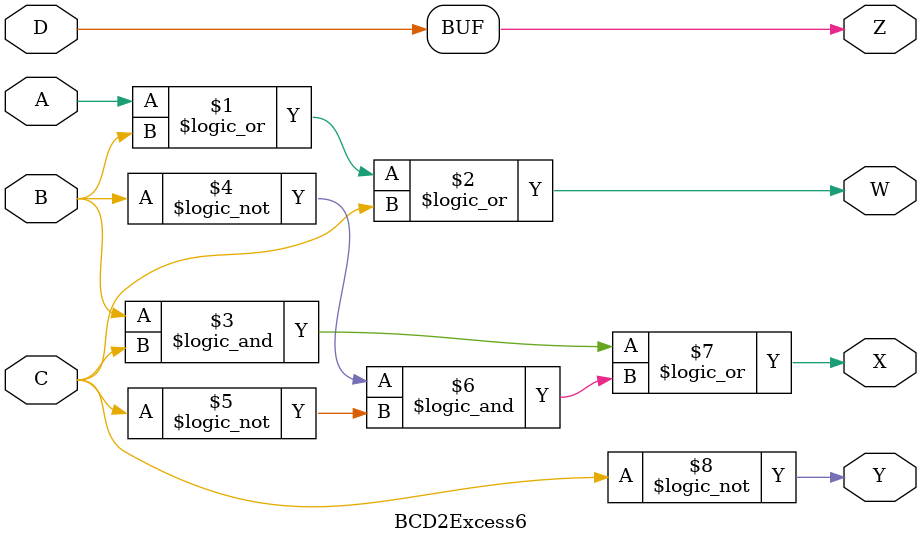
<source format=v>
module BCD2Excess6 (W, X, Y, Z, A, B, C, D);
    output W,X,Y,Z;
    input A,B,C,D;
    assign W = (A || B || C);
    assign X = ((B && C) || ((!B)&&(!C)));
    assign Y = !C;
    assign Z = D;
endmodule
</source>
